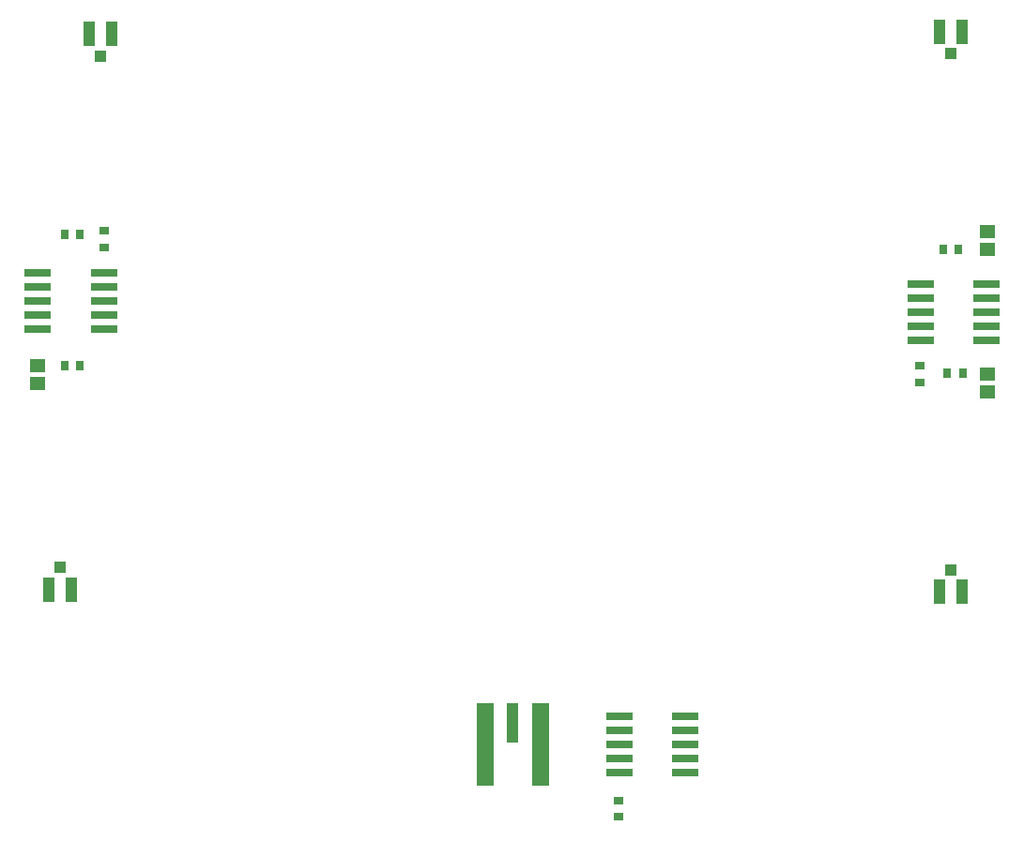
<source format=gtp>
G04*
G04 #@! TF.GenerationSoftware,Altium Limited,Altium Designer,19.0.10 (269)*
G04*
G04 Layer_Color=8421504*
%FSLAX42Y42*%
%MOMM*%
G71*
G01*
G75*
%ADD12R,1.50X7.50*%
%ADD13R,1.10X3.62*%
%ADD14R,0.80X0.90*%
%ADD15R,0.90X0.70*%
%ADD16R,1.40X1.20*%
%ADD17R,2.41X0.76*%
%ADD18R,1.00X1.00*%
%ADD19R,1.00X2.20*%
D12*
X7370Y3721D02*
D03*
X7870D02*
D03*
D13*
X7620Y3912D02*
D03*
D14*
X3715Y8323D02*
D03*
X3575D02*
D03*
X11678Y7068D02*
D03*
X11538D02*
D03*
X3715Y7137D02*
D03*
X3575D02*
D03*
X11641Y8192D02*
D03*
X11501D02*
D03*
D15*
X3931Y8205D02*
D03*
Y8355D02*
D03*
X8572Y3212D02*
D03*
Y3062D02*
D03*
X11290Y6987D02*
D03*
Y7137D02*
D03*
D16*
X11900Y8188D02*
D03*
Y8348D02*
D03*
Y7065D02*
D03*
Y6905D02*
D03*
X3334Y6981D02*
D03*
Y7141D02*
D03*
D17*
X9176Y3467D02*
D03*
Y3594D02*
D03*
Y3721D02*
D03*
Y3848D02*
D03*
Y3975D02*
D03*
X8579D02*
D03*
Y3848D02*
D03*
Y3721D02*
D03*
Y3594D02*
D03*
Y3467D02*
D03*
X11297Y7366D02*
D03*
Y7493D02*
D03*
Y7620D02*
D03*
Y7747D02*
D03*
Y7874D02*
D03*
X11894D02*
D03*
Y7747D02*
D03*
Y7620D02*
D03*
Y7493D02*
D03*
Y7366D02*
D03*
X3931Y7976D02*
D03*
Y7849D02*
D03*
Y7722D02*
D03*
Y7595D02*
D03*
Y7468D02*
D03*
X3334D02*
D03*
Y7595D02*
D03*
Y7722D02*
D03*
Y7849D02*
D03*
Y7976D02*
D03*
D18*
X11571Y5295D02*
D03*
X3537Y5319D02*
D03*
X3900Y9935D02*
D03*
X11568Y9954D02*
D03*
D19*
X11471Y5095D02*
D03*
X11671D02*
D03*
X3437Y5119D02*
D03*
X3637D02*
D03*
X4000Y10135D02*
D03*
X3800D02*
D03*
X11468Y10154D02*
D03*
X11668D02*
D03*
M02*

</source>
